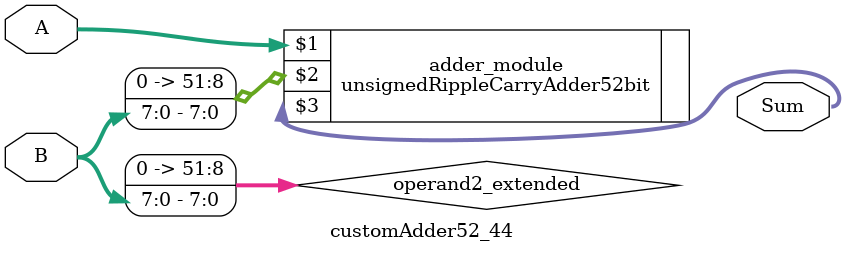
<source format=v>
module customAdder52_44(
                        input [51 : 0] A,
                        input [7 : 0] B,
                        
                        output [52 : 0] Sum
                );

        wire [51 : 0] operand2_extended;
        
        assign operand2_extended =  {44'b0, B};
        
        unsignedRippleCarryAdder52bit adder_module(
            A,
            operand2_extended,
            Sum
        );
        
        endmodule
        
</source>
